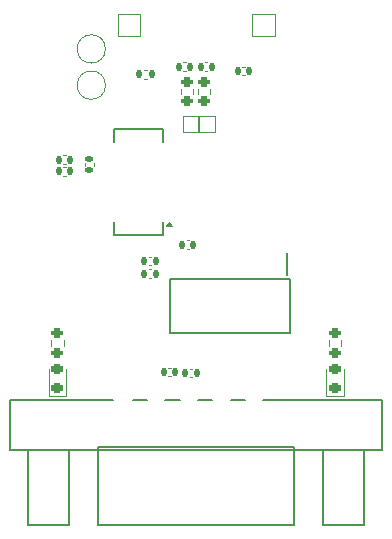
<source format=gbr>
%TF.GenerationSoftware,KiCad,Pcbnew,8.0.1*%
%TF.CreationDate,2024-04-03T17:06:29+11:00*%
%TF.ProjectId,DB9 RS232 Adapter,44423920-5253-4323-9332-204164617074,rev?*%
%TF.SameCoordinates,Original*%
%TF.FileFunction,Legend,Top*%
%TF.FilePolarity,Positive*%
%FSLAX46Y46*%
G04 Gerber Fmt 4.6, Leading zero omitted, Abs format (unit mm)*
G04 Created by KiCad (PCBNEW 8.0.1) date 2024-04-03 17:06:29*
%MOMM*%
%LPD*%
G01*
G04 APERTURE LIST*
G04 Aperture macros list*
%AMRoundRect*
0 Rectangle with rounded corners*
0 $1 Rounding radius*
0 $2 $3 $4 $5 $6 $7 $8 $9 X,Y pos of 4 corners*
0 Add a 4 corners polygon primitive as box body*
4,1,4,$2,$3,$4,$5,$6,$7,$8,$9,$2,$3,0*
0 Add four circle primitives for the rounded corners*
1,1,$1+$1,$2,$3*
1,1,$1+$1,$4,$5*
1,1,$1+$1,$6,$7*
1,1,$1+$1,$8,$9*
0 Add four rect primitives between the rounded corners*
20,1,$1+$1,$2,$3,$4,$5,0*
20,1,$1+$1,$4,$5,$6,$7,0*
20,1,$1+$1,$6,$7,$8,$9,0*
20,1,$1+$1,$8,$9,$2,$3,0*%
G04 Aperture macros list end*
%ADD10C,0.200000*%
%ADD11C,0.120000*%
%ADD12C,0.152400*%
%ADD13C,0.150000*%
%ADD14R,0.450000X1.800000*%
%ADD15R,1.000000X1.000000*%
%ADD16RoundRect,0.218750X0.256250X-0.218750X0.256250X0.218750X-0.256250X0.218750X-0.256250X-0.218750X0*%
%ADD17RoundRect,0.140000X0.170000X-0.140000X0.170000X0.140000X-0.170000X0.140000X-0.170000X-0.140000X0*%
%ADD18RoundRect,0.140000X0.140000X0.170000X-0.140000X0.170000X-0.140000X-0.170000X0.140000X-0.170000X0*%
%ADD19C,2.200000*%
%ADD20RoundRect,0.200000X-0.275000X0.200000X-0.275000X-0.200000X0.275000X-0.200000X0.275000X0.200000X0*%
%ADD21C,2.000000*%
%ADD22RoundRect,0.140000X-0.140000X-0.170000X0.140000X-0.170000X0.140000X0.170000X-0.140000X0.170000X0*%
%ADD23RoundRect,0.200000X0.275000X-0.200000X0.275000X0.200000X-0.275000X0.200000X-0.275000X-0.200000X0*%
%ADD24R,1.500000X1.500000*%
%ADD25RoundRect,0.135000X0.135000X0.185000X-0.135000X0.185000X-0.135000X-0.185000X0.135000X-0.185000X0*%
%ADD26R,0.300000X1.000000*%
%ADD27R,0.700000X1.150000*%
%ADD28C,1.320800*%
%ADD29O,3.750000X1.490600*%
%ADD30R,1.200000X0.400000*%
G04 APERTURE END LIST*
D10*
%TO.C,IC1*%
X230430000Y-94700000D02*
X240630000Y-94700000D01*
X230430000Y-99300000D02*
X230430000Y-94700000D01*
X240330000Y-92550000D02*
X240330000Y-94350000D01*
X240630000Y-94700000D02*
X240630000Y-99300000D01*
X240630000Y-99300000D02*
X230430000Y-99300000D01*
D11*
%TO.C,TP3*%
X231520000Y-80890000D02*
X232920000Y-80890000D01*
X231520000Y-82290000D02*
X231520000Y-80890000D01*
X232920000Y-80890000D02*
X232920000Y-82290000D01*
X232920000Y-82290000D02*
X231520000Y-82290000D01*
%TO.C,D2*%
X220172500Y-102350000D02*
X220172500Y-104635000D01*
X220172500Y-104635000D02*
X221642500Y-104635000D01*
X221642500Y-104635000D02*
X221642500Y-102350000D01*
%TO.C,TP2*%
X232820000Y-80890000D02*
X234220000Y-80890000D01*
X232820000Y-82290000D02*
X232820000Y-80890000D01*
X234220000Y-80890000D02*
X234220000Y-82290000D01*
X234220000Y-82290000D02*
X232820000Y-82290000D01*
%TO.C,C6*%
X223250000Y-85147836D02*
X223250000Y-84932164D01*
X223970000Y-85147836D02*
X223970000Y-84932164D01*
%TO.C,C4*%
X231787836Y-76390000D02*
X231572164Y-76390000D01*
X231787836Y-77110000D02*
X231572164Y-77110000D01*
%TO.C,C7*%
X228857836Y-93900000D02*
X228642164Y-93900000D01*
X228857836Y-94620000D02*
X228642164Y-94620000D01*
%TO.C,R3*%
X220377500Y-99912742D02*
X220377500Y-100387258D01*
X221422500Y-99912742D02*
X221422500Y-100387258D01*
%TO.C,TP4*%
X224970000Y-78310000D02*
G75*
G02*
X222570000Y-78310000I-1200000J0D01*
G01*
X222570000Y-78310000D02*
G75*
G02*
X224970000Y-78310000I1200000J0D01*
G01*
%TO.C,R4*%
X232817500Y-78592742D02*
X232817500Y-79067258D01*
X233862500Y-78592742D02*
X233862500Y-79067258D01*
%TO.C,C5*%
X233392164Y-76390000D02*
X233607836Y-76390000D01*
X233392164Y-77110000D02*
X233607836Y-77110000D01*
%TO.C,C8*%
X228857836Y-92850000D02*
X228642164Y-92850000D01*
X228857836Y-93570000D02*
X228642164Y-93570000D01*
%TO.C,C9*%
X232307836Y-102310000D02*
X232092164Y-102310000D01*
X232307836Y-103030000D02*
X232092164Y-103030000D01*
%TO.C,R5*%
X231337500Y-79067258D02*
X231337500Y-78592742D01*
X232382500Y-79067258D02*
X232382500Y-78592742D01*
%TO.C,C11*%
X230477836Y-102230000D02*
X230262164Y-102230000D01*
X230477836Y-102950000D02*
X230262164Y-102950000D01*
%TO.C,R2*%
X243877500Y-99912742D02*
X243877500Y-100387258D01*
X244922500Y-99912742D02*
X244922500Y-100387258D01*
%TO.C,TP3*%
X237390000Y-72260000D02*
X239290000Y-72260000D01*
X237390000Y-74160000D02*
X237390000Y-72260000D01*
X239290000Y-72260000D02*
X239290000Y-74160000D01*
X239290000Y-74160000D02*
X237390000Y-74160000D01*
%TO.C,TP1*%
X225990000Y-72260000D02*
X227890000Y-72260000D01*
X225990000Y-74160000D02*
X225990000Y-72260000D01*
X227890000Y-72260000D02*
X227890000Y-74160000D01*
X227890000Y-74160000D02*
X225990000Y-74160000D01*
%TO.C,R1*%
X228513641Y-77010000D02*
X228206359Y-77010000D01*
X228513641Y-77770000D02*
X228206359Y-77770000D01*
D12*
%TO.C,J1*%
X216907400Y-104928200D02*
X216907400Y-109170000D01*
X216907400Y-109170000D02*
X248352600Y-109170000D01*
X218382400Y-115570800D02*
X218382400Y-109170000D01*
X221887600Y-109170000D02*
X221887600Y-115570800D01*
X221887600Y-115570800D02*
X218382400Y-115570800D01*
X224338000Y-108916000D02*
X224338000Y-115570800D01*
X224338000Y-115570800D02*
X240922000Y-115570800D01*
X225598834Y-104928200D02*
X216907400Y-104928200D01*
X228480033Y-104928200D02*
X227269968Y-104928200D01*
X231250033Y-104928200D02*
X230039968Y-104928200D01*
X234020032Y-104928200D02*
X232809967Y-104928200D01*
X236790032Y-104928200D02*
X235579967Y-104928200D01*
X240922000Y-108916000D02*
X224338000Y-108916000D01*
X240922000Y-115570800D02*
X240922000Y-108916000D01*
X243372400Y-115570800D02*
X243372400Y-109170000D01*
X246877600Y-109170000D02*
X246877600Y-115570800D01*
X246877600Y-115570800D02*
X243372400Y-115570800D01*
X248352600Y-104928200D02*
X238289566Y-104928200D01*
X248352600Y-109170000D02*
X248352600Y-104928200D01*
D11*
%TO.C,C10*%
X232047836Y-91460000D02*
X231832164Y-91460000D01*
X232047836Y-92180000D02*
X231832164Y-92180000D01*
D13*
%TO.C,U1*%
X225657500Y-82045000D02*
X225657500Y-83155000D01*
X225657500Y-90995000D02*
X225657500Y-89885000D01*
X229807500Y-82045000D02*
X225657500Y-82045000D01*
X229807500Y-82045000D02*
X229807500Y-83155000D01*
X229807500Y-89885000D02*
X229807500Y-90995000D01*
X229807500Y-90995000D02*
X225657500Y-90995000D01*
D11*
X230610000Y-90215000D02*
X230130000Y-90215000D01*
X230370000Y-89885000D01*
X230610000Y-90215000D01*
G36*
X230610000Y-90215000D02*
G01*
X230130000Y-90215000D01*
X230370000Y-89885000D01*
X230610000Y-90215000D01*
G37*
%TO.C,C3*%
X236572164Y-76760000D02*
X236787836Y-76760000D01*
X236572164Y-77480000D02*
X236787836Y-77480000D01*
%TO.C,C2*%
X221587836Y-84250000D02*
X221372164Y-84250000D01*
X221587836Y-84970000D02*
X221372164Y-84970000D01*
%TO.C,C1*%
X221587836Y-85240000D02*
X221372164Y-85240000D01*
X221587836Y-85960000D02*
X221372164Y-85960000D01*
%TO.C,D1*%
X243655000Y-102350000D02*
X243655000Y-104635000D01*
X243655000Y-104635000D02*
X245125000Y-104635000D01*
X245125000Y-104635000D02*
X245125000Y-102350000D01*
%TO.C,TP1*%
X224970000Y-75240000D02*
G75*
G02*
X222570000Y-75240000I-1200000J0D01*
G01*
X222570000Y-75240000D02*
G75*
G02*
X224970000Y-75240000I1200000J0D01*
G01*
%TD*%
%LPC*%
D14*
%TO.C,IC1*%
X239755000Y-93450000D03*
X239105000Y-93450000D03*
X238455000Y-93450000D03*
X237805000Y-93450000D03*
X237155000Y-93450000D03*
X236505000Y-93450000D03*
X235855000Y-93450000D03*
X235205000Y-93450000D03*
X234555000Y-93450000D03*
X233905000Y-93450000D03*
X233255000Y-93450000D03*
X232605000Y-93450000D03*
X231955000Y-93450000D03*
X231305000Y-93450000D03*
X231305000Y-100550000D03*
X231955000Y-100550000D03*
X232605000Y-100550000D03*
X233255000Y-100550000D03*
X233905000Y-100550000D03*
X234555000Y-100550000D03*
X235205000Y-100550000D03*
X235855000Y-100550000D03*
X236505000Y-100550000D03*
X237155000Y-100550000D03*
X237805000Y-100550000D03*
X238455000Y-100550000D03*
X239105000Y-100550000D03*
X239755000Y-100550000D03*
%TD*%
D15*
%TO.C,TP3*%
X232220000Y-81590000D03*
%TD*%
D16*
%TO.C,D2*%
X220907500Y-103937500D03*
X220907500Y-102362500D03*
%TD*%
D15*
%TO.C,TP2*%
X233520000Y-81590000D03*
%TD*%
D17*
%TO.C,C6*%
X223610000Y-85520000D03*
X223610000Y-84560000D03*
%TD*%
D18*
%TO.C,C4*%
X232160000Y-76750000D03*
X231200000Y-76750000D03*
%TD*%
%TO.C,C7*%
X229230000Y-94260000D03*
X228270000Y-94260000D03*
%TD*%
D19*
%TO.C,H2*%
X243940000Y-91710000D03*
%TD*%
D20*
%TO.C,R3*%
X220900000Y-99325000D03*
X220900000Y-100975000D03*
%TD*%
D21*
%TO.C,TP4*%
X223770000Y-78310000D03*
%TD*%
D20*
%TO.C,R4*%
X233340000Y-78005000D03*
X233340000Y-79655000D03*
%TD*%
D22*
%TO.C,C5*%
X233020000Y-76750000D03*
X233980000Y-76750000D03*
%TD*%
D18*
%TO.C,C8*%
X229230000Y-93210000D03*
X228270000Y-93210000D03*
%TD*%
%TO.C,C9*%
X232680000Y-102670000D03*
X231720000Y-102670000D03*
%TD*%
D23*
%TO.C,R5*%
X231860000Y-79655000D03*
X231860000Y-78005000D03*
%TD*%
D18*
%TO.C,C11*%
X230850000Y-102590000D03*
X229890000Y-102590000D03*
%TD*%
D20*
%TO.C,R2*%
X244400000Y-99325000D03*
X244400000Y-100975000D03*
%TD*%
D24*
%TO.C,TP3*%
X238340000Y-73210000D03*
%TD*%
%TO.C,TP1*%
X226940000Y-73210000D03*
%TD*%
D25*
%TO.C,R1*%
X228870000Y-77390000D03*
X227850000Y-77390000D03*
%TD*%
D26*
%TO.C,P1*%
X229890000Y-74250000D03*
X230390000Y-74250000D03*
X230890000Y-74250000D03*
X231390000Y-74250000D03*
X231890000Y-74250000D03*
X232390000Y-74250000D03*
X232890000Y-74250000D03*
X233390000Y-74250000D03*
X233890000Y-74250000D03*
X234390000Y-74250000D03*
X234890000Y-74250000D03*
X235390000Y-74250000D03*
D27*
X229220000Y-75090000D03*
%TD*%
D28*
%TO.C,J1*%
X237569999Y-105542999D03*
X234800000Y-105542999D03*
X232030000Y-105542999D03*
X229260000Y-105542999D03*
X226490001Y-105542999D03*
X236185001Y-106543000D03*
X233415001Y-106543000D03*
X230645001Y-106543000D03*
X227875002Y-106543000D03*
D29*
X245125000Y-107243000D03*
X220135000Y-107243000D03*
%TD*%
D18*
%TO.C,C10*%
X232420000Y-91820000D03*
X231460000Y-91820000D03*
%TD*%
D30*
%TO.C,U1*%
X230332500Y-89377500D03*
X230332500Y-88742500D03*
X230332500Y-88107500D03*
X230332500Y-87472500D03*
X230332500Y-86837500D03*
X230332500Y-86202500D03*
X230332500Y-85567500D03*
X230332500Y-84932500D03*
X230332500Y-84297500D03*
X230332500Y-83662500D03*
X225132500Y-83662500D03*
X225132500Y-84297500D03*
X225132500Y-84932500D03*
X225132500Y-85567500D03*
X225132500Y-86202500D03*
X225132500Y-86837500D03*
X225132500Y-87472500D03*
X225132500Y-88107500D03*
X225132500Y-88742500D03*
X225132500Y-89377500D03*
%TD*%
D22*
%TO.C,C3*%
X236200000Y-77120000D03*
X237160000Y-77120000D03*
%TD*%
D19*
%TO.C,H1*%
X221340000Y-91710000D03*
%TD*%
D18*
%TO.C,C2*%
X221960000Y-84610000D03*
X221000000Y-84610000D03*
%TD*%
%TO.C,C1*%
X221960000Y-85600000D03*
X221000000Y-85600000D03*
%TD*%
D16*
%TO.C,D1*%
X244390000Y-103937500D03*
X244390000Y-102362500D03*
%TD*%
D21*
%TO.C,TP1*%
X223770000Y-75240000D03*
%TD*%
%LPD*%
M02*

</source>
